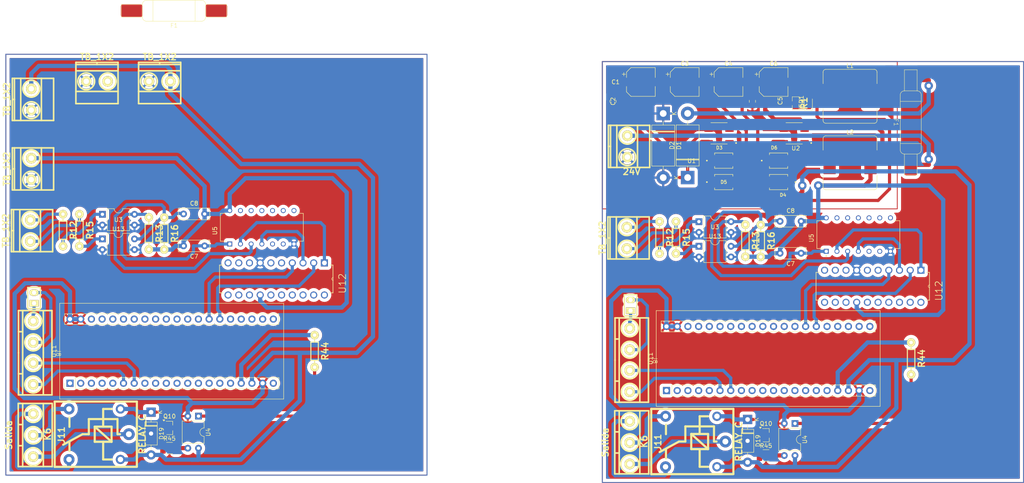
<source format=kicad_pcb>
(kicad_pcb (version 20241229) (generator "pcbnew") (generator_version "9.0")
  (layers (0 "F.Cu" signal) (2 "B.Cu" signal) (13 "F.Paste" user) (15 "B.Paste" user) (5 "F.SilkS" user "F.Silkscreen") (7 "B.SilkS" user "B.Silkscreen") (1 "F.Mask" user) (3 "B.Mask" user) (25 "Edge.Cuts" user))
  (net 0 "")
  (net 1 "Earth")
  (net 2 "/VCC")
  (net 3 "5V")
  (net 4 "Net-(D19-K)")
  (net 5 "Net-(J8-Pin_2)")
  (net 6 "Net-(J8-Pin_1)")
  (net 7 "Net-(J11-Pin_1)")
  (net 8 "Net-(J11-Pin_3)")
  (net 9 "Net-(J11-Pin_2)")
  (net 10 "Net-(LED1-A)")
  (net 11 "GND")
  (net 12 "Net-(Q10-B)")
  (net 13 "/PA01")
  (net 14 "/PA02")
  (net 15 "Net-(R44-Pad2)")
  (net 16 "Net-(R45-Pad2)")
  (net 17 "/1A hc14")
  (net 18 "/2A hc14")
  (net 19 "/3A hc14")
  (net 20 "/4A hc14")
  (net 21 "/5A hc14")
  (net 22 "/6A hc14")
  (net 23 "Net-(U1-OUT)")
  (net 24 "/IN1")
  (net 25 "/IN2")
  (net 26 "Net-(R12-Pad2)")
  (net 27 "/1Y hc14")
  (net 28 "Net-(R15-Pad2)")
  (net 29 "/2Y hc14")
  (net 30 "/3Y hc14")
  (net 31 "/4Y hc14")
  (net 32 "/5Y hc14")
  (net 33 "/6Y hc14")
  (net 38 "Net-(F1-Pad1)")
  (net 39 "Net-(D2-K)")
  (net 40 "Net-(D2-A)")
  (net 41 "Net-(U2-VIN)")
  (net 42 "Net-(U2-OUT)")
  (net 43 "Net-(U1-FB)")
  (net 48 "/PB07")
  (net 53 "/PB08")
  (net 64 "Net-(J8-Pin_4)")
  (net 69 "/PB09")
  (net 75 "Net-(J8-Pin_3)")
  (net 77 "/PA0")
  (net 78 "/+ buck 5V")
  (footprint "Inductor_SMD:L_Bourns_SRR1260" (layer "F.Cu") (at 241.55 31.01)
    (property "Reference" "L1")
    (property "Value" "68uH")
  )
  (footprint "EESTN5:RES0.3" (layer "F.Cu") (at 200.23 64.56 -90)
    (property "Reference" "R15")
    (property "Value" "10K" (hide yes))
  )
  (footprint "Resistor_SMD:R_1210_3225Metric_Pad1.30x2.65mm_HandSolder" (layer "F.Cu") (at 221.61 116.33)
    (property "Reference" "R45")
    (property "Value" "1k")
  )
  (footprint "EESTN5:BluePill" (layer "F.Cu") (at 56.42 99.18 90)
    (property "Reference" "U11")
    (property "Value" "BluePill" (hide yes))
  )
  (footprint "EESTN5:Relay_C" (layer "F.Cu") (at 203.86 113.03 -90)
    (property "Reference" "K6")
    (property "Value" "RELAY_C")
  )
  (footprint "EESTN5:Jumper_Alto" (layer "F.Cu") (at 189.46 80.66 90)
    (property "Reference" "JP1" (hide yes))
    (property "Value" "Jumper" (hide yes))
  )
  (footprint "Package_TO_SOT_SMD:SOT-23_Handsoldering" (layer "F.Cu") (at 80.04 109.79)
    (property "Reference" "Q10")
    (property "Value" "2N3904")
  )
  (footprint "EESTN5:R_0805" (layer "F.Cu") (at 228.65 32.655 -90)
    (property "Reference" "R1")
    (property "Value" "1K" (hide yes))
  )
  (footprint "Package_DIP:DIP-4_W7.62mm" (layer "F.Cu") (at 228.485 108.73 -90)
    (property "Reference" "U4")
    (property "Value" "PC817")
  )
  (footprint "Library:Bornera_4" (layer "F.Cu") (at 189.2675 93.6865 -90)
    (property "Reference" "J8")
    (property "Value" "Screw_Terminal_01x04")
  )
  (footprint "EESTN5:BORNERA2" (layer "F.Cu") (at 77.7 27.45 180)
    (property "Reference" "J15" (hide yes))
    (property "Value" "TB_1X2")
  )
  (footprint "Diode_THT:D_DO-41_SOD81_P10.16mm_Horizontal" (layer "F.Cu") (at 217.23 107.79 -90)
    (property "Reference" "D19")
    (property "Value" "1N4007")
  )
  (footprint "Inductor_SMD:L_Bourns_SRR1260" (layer "F.Cu") (at 241.55 46.8)
    (property "Reference" "L2")
    (property "Value" "68uH")
  )
  (footprint "Capacitor_SMD:CP_Elec_6.3x7.7" (layer "F.Cu") (at 191.905 27.61)
    (property "Reference" "C1")
    (property "Value" "470uF")
  )
  (footprint "Diode_THT:D_DO-41_SOD81_P10.16mm_Horizontal" (layer "F.Cu") (at 75.66 106.05 -90)
    (property "Reference" "D19")
    (property "Value" "1N4007")
  )
  (footprint "EESTN5:RES0.3" (layer "F.Cu") (at 256.04 93.3 -90)
    (property "Reference" "R44")
    (property "Value" "220" (hide yes))
  )
  (footprint "Capacitor_SMD:C_0805_2012Metric_Pad1.18x1.45mm_HandSolder" (layer "F.Cu") (at 185.3 32.2 -90)
    (property "Reference" "C2")
    (property "Value" "1uF")
  )
  (footprint "SN74HC14N:DIP794W45P254L1969H508Q14" (layer "F.Cu") (at 243.52 63.8675 90)
    (property "Reference" "U5")
    (property "Value" "SN74HC14PWR")
  )
  (footprint "Capacitor_SMD:CP_Elec_6.3x7.7" (layer "F.Cu") (at 212.705 27.61)
    (property "Reference" "C4")
    (property "Value" "470uF")
  )
  (footprint "Capacitor_SMD:CP_Elec_6.3x7.7" (layer "F.Cu") (at 223.405 27.61)
    (property "Reference" "C6")
    (property "Value" "220uF")
  )
  (footprint "Capacitor_SMD:C_0805_2012Metric_Pad1.18x1.45mm_HandSolder" (layer "F.Cu") (at 218.38 32.2 -90)
    (property "Reference" "C5")
    (property "Value" "1uF")
  )
  (footprint "EESTN5:BORNERA2" (layer "F.Cu") (at 188.58 64.66 -90)
    (property "Reference" "J13" (hide yes))
    (property "Value" "TB_1X2")
  )
  (footprint "EESTN5:RES0.3" (layer "F.Cu") (at 196.33 64.56 -90)
    (property "Reference" "R12")
    (property "Value" "10K" (hide yes))
  )
  (footprint "EESTN5:Relay_C" (layer "F.Cu") (at 62.29 111.29 -90)
    (property "Reference" "K6")
    (property "Value" "RELAY_C")
  )
  (footprint "Capacitor_THT:C_Rect_L7.2mm_W2.5mm_P5.00mm_FKS2_FKP2_MKS2_MKP2" (layer "F.Cu") (at 224.94 60.7)
    (property "Reference" "C8")
    (property "Value" "100nF")
  )
  (footprint "EESTN5:BORNERA3_AZUL" (layer "F.Cu") (at 189.26 113.28 -90)
    (property "Reference" "J11")
    (property "Value" "Salida")
  )
  (footprint "Package_DIP:DIP-4_W7.62mm" (layer "F.Cu") (at 205.68 66.635)
    (property "Reference" "U13")
    (property "Value" "PC817")
  )
  (footprint "EESTN5:BORNERA2" (layer "F.Cu") (at 47.23 48.26 -90)
    (property "Reference" "J17" (hide yes))
    (property "Value" "TB_1X2")
  )
  (footprint "Package_DIP:DIP-4_W7.62mm" (layer "F.Cu") (at 64.11 64.895)
    (property "Reference" "U13")
    (property "Value" "PC817")
  )
  (footprint "SS210:DIOM4336X265N" (layer "F.Cu") (at 211.57 46.29)
    (property "Reference" "D3")
    (property "Value" "SS210")
  )
  (footprint "EESTN5:BORNERA2" (layer "F.Cu") (at 188.705 42.91 -90)
    (property "Reference" "J1" (hide yes))
    (property "Value" "24V")
  )
  (footprint "EESTN5:Jumper_Alto" (layer "F.Cu") (at 47.89 78.92 90)
    (property "Reference" "JP1" (hide yes))
    (property "Value" "Jumper" (hide yes))
  )
  (footprint "Capacitor_THT:C_Rect_L7.2mm_W2.5mm_P5.00mm_FKS2_FKP2_MKS2_MKP2" (layer "F.Cu") (at 229.94 68.29 180)
    (property "Reference" "C7")
    (property "Value" "100nF")
  )
  (footprint "EESTN5:Fusible2" (layer "F.Cu") (at 255.96 37.2175 180)
    (property "Reference" "F1")
    (property "Value" "Fuse" (hide yes))
  )
  (footprint "SS210:DIOM4336X265N" (layer "F.Cu") (at 224.59 46.29)
    (property "Reference" "D6")
    (property "Value" "SS210")
  )
  (footprint "EESTN5:RES0.3" (layer "F.Cu") (at 220.35 65.35 -90)
    (property "Reference" "R16")
    (property "Value" "10K" (hide yes))
  )
  (footprint "SN74HC541N:DIP254P762X508-20" (layer "F.Cu") (at 235.5082 79.95 -90)
    (property "Reference" "U12")
    (property "Value" "SN74HC541PWR")
  )
  (footprint "EESTN5:BluePill" (layer "F.Cu") (at 197.99 100.92 90)
    (property "Reference" "U11")
    (property "Value" "BluePill" (hide yes))
  )
  (footprint "SN74HC14N:DIP794W45P254L1969H508Q14" (layer "F.Cu") (at 101.95 62.1275 90)
    (property "Reference" "U5")
    (property "Value" "SN74HC14PWR")
  )
  (footprint "Capacitor_THT:C_Rect_L7.2mm_W2.5mm_P5.00mm_FKS2_FKP2_MKS2_MKP2" (layer "F.Cu") (at 88.37 66.55 180)
    (property "Reference" "C7")
    (property "Value" "100nF")
  )
  (footprint "EESTN5:RES0.3" (layer "F.Cu") (at 216.71 65.31 -90)
    (property "Reference" "R13")
    (property "Value" "10K" (hide yes))
  )
  (footprint "SN74HC541N:DIP254P762X508-20" (layer "F.Cu") (at 93.9382 78.21 -90)
    (property "Reference" "U12")
    (property "Value" "SN74HC541PWR")
  )
  (footprint "Capacitor_SMD:CP_Elec_6.3x7.7" (layer "F.Cu") (at 202.305 27.61)
    (property "Reference" "C3")
    (property "Value" "220uF")
  )
  (footprint "EESTN5:Fusible2" (layer "F.Cu") (at 81.1075 10.68 -90)
    (property "Reference" "F1")
    (property "Value" "Fuse" (hide yes))
  )
  (footprint "LM2594M-5.0:SOIC127P599X175-8N" (layer "F.Cu") (at 210.46 39.81 180)
    (property "Reference" "U1")
    (property "Value" "LM2594M-5.0")
  )
  (footprint "Diode_THT:D_DO-201AD_P15.24mm_Horizontal" (layer "F.Cu") (at 197.205 35.09 -90)
    (property "Reference" "D1")
    (property "Value" "1N5822")
  )
  (footprint "Package_TO_SOT_SMD:SOT-23_Handsoldering" (layer "F.Cu") (at 221.61 111.53)
    (property "Reference" "Q10")
    (property "Value" "2N3904")
  )
  (footprint "EESTN5:BORNERA2" (layer "F.Cu") (at 62.82 27.45 180)
    (property "Reference" "J14" (hide yes))
    (property "Value" "TB_1X2")
  )
  (footprint "EESTN5:RES0.3" (layer "F.Cu") (at 75.14 63.57 -90)
    (property "Reference" "R13")
    (property "Value" "10K" (hide yes))
  )
  (footprint "Diode_THT:D_DO-201AD_P15.24mm_Horizontal" (layer "F.Cu") (at 203.005 50.31 90)
    (property "Reference" "D2")
    (property "Value" "1N5822")
  )
  (footprint "EESTN5:RES0.3" (layer "F.Cu") (at 54.76 62.82 -90)
    (property "Reference" "R12")
    (property "Value" "10K" (hide yes))
  )
  (footprint "SS210:DIOM4336X265N" (layer "F.Cu") (at 211.57 51.39)
    (property "Reference" "D5")
    (property "Value" "SS210")
  )
  (footprint "EESTN5:RES0.3" (layer "F.Cu") (at 114.47 91.56 -90)
    (property "Reference" "R44")
    (property "Value" "220" (hide yes))
  )
  (footprint "Package_DIP:DIP-4_W7.62mm" (layer "F.Cu") (at 86.915 106.99 -90)
    (property "Reference" "U4")
    (property "Value" "PC817")
  )
  (footprint "EESTN5:BORNERA3_AZUL" (layer "F.Cu") (at 47.69 111.54 -90)
    (property "Reference" "J11")
    (property "Value" "Salida")
  )
  (footprint "LED_SMD:LED_0805_2012Metric" (layer "F.Cu") (at 231.65 32.63 90)
    (property "Reference" "LED1")
    (property "Value" "LED")
  )
  (footprint "Package_DIP:DIP-4_W7.62mm" (layer "F.Cu") (at 64.11 59.045)
    (property "Reference" "U3")
    (property "Value" "PC817")
  )
  (footprint "EESTN5:BORNERA2" (layer "F.Cu") (at 47.23 31.75 -90)
    (property "Reference" "J16" (hide yes))
    (property "Value" "TB_1X2")
  )
  (footprint "Resistor_SMD:R_1210_3225Metric_Pad1.30x2.65mm_HandSolder" (layer "F.Cu") (at 80.04 114.59)
    (property "Reference" "R45")
    (property "Value" "1k")
  )
  (footprint "Package_DIP:DIP-4_W7.62mm" (layer "F.Cu") (at 205.68 60.785)
    (property "Reference" "U3")
    (property "Value" "PC817")
  )
  (footprint "LM2594M-3.3:SOIC127P599X175-8N" (layer "F.Cu") (at 228.29 39.81 180)
    (property "Reference" "U2")
    (property "Value" "LM2594M-3.3")
  )
  (footprint "EESTN5:RES0.3" (layer "F.Cu") (at 58.66 62.82 -90)
    (property "Reference" "R15")
    (property "Value" "10K" (hide yes))
  )
  (footprint "SS210:DIOM4336X265N" (layer "F.Cu") (at 224.59 51.39 180)
    (property "Reference" "D4")
    (property "Value" "SS210")
  )
  (footprint "EESTN5:RES0.3" (layer "F.Cu") (at 78.78 63.61 -90)
    (property "Reference" "R16")
    (property "Value" "10K" (hide yes))
  )
  (footprint "EESTN5:BORNERA2" (layer "F.Cu") (at 47.01 62.92 -90)
    (property "Reference" "J13" (hide yes))
    (property "Value" "TB_1X2")
  )
  (footprint "Capacitor_THT:C_Rect_L7.2mm_W2.5mm_P5.00mm_FKS2_FKP2_MKS2_MKP2" (layer "F.Cu") (at 83.37 58.96)
    (property "Reference" "C8")
    (property "Value" "100nF")
  )
  (footprint "Library:Bornera_4" (layer "F.Cu") (at 47.6975 91.9465 -90)
    (property "Reference" "J8")
    (property "Value" "Screw_Terminal_01x04")
  )
  (gr_rect (start 41.185 21.02) (end 141.165 121.02) (stroke (width 0.2)) (fill no) (layer "F.Cu") (net 17))
  (gr_rect (start 182.7596 22.76) (end 252.7596 57.76) (stroke (width 0.2)) (fill no) (layer "F.Cu") (net 17))
  (gr_rect (start 182.755 22.76) (end 282.735 122.76) (stroke (width 0.2)) (fill no) (layer "F.Cu") (net 17))
  (gr_rect (start 182.755 22.76) (end 282.735 122.76) (stroke (width 0.2)) (fill no) (layer "B.Cu") (net 7))
  (gr_rect (start 41.185 21.02) (end 141.165 121.02) (stroke (width 0.2)) (fill no) (layer "B.Cu") (net 7))
  (gr_text "EARTH\n" (at 42.91 54.545 0) (layer "F.Cu") (effects (font (size 1 1)) (justify left bottom)))
  (gr_text "GND" (at 43.76 71.9 0) (layer "F.Cu") (effects (font (size 1 1)) (justify left bottom)))
  (gr_text "GND" (at 185.33 73.64 0) (layer "F.Cu") (effects (font (size 1 1)) (justify left bottom)))
  (gr_text "EARTH\n" (at 184.48 56.285 0) (layer "F.Cu") (effects (font (size 1 1)) (justify left bottom)))
  (segment (start 75.66 109.5) (end 75.66 111.13) (width 1) (layer "F.Cu") (net 1))
  (segment (start 220.11 110.58) (end 217.89 110.58) (width 1) (layer "F.Cu") (net 1))
  (segment (start 217.23 111.24) (end 217.23 112.87) (width 1) (layer "F.Cu") (net 1))
  (segment (start 217.89 110.58) (end 217.23 111.24) (width 1) (layer "F.Cu") (net 1))
  (segment (start 76.32 108.84) (end 75.66 109.5) (width 1) (layer "F.Cu") (net 1))
  (segment (start 78.54 108.84) (end 76.32 108.84) (width 1) (layer "F.Cu") (net 1))
  (via (at 217.23 112.87) (size 2) (drill 1) (layers "F.Cu" "B.Cu") (net 1))
  (via (at 75.66 111.13) (size 2) (drill 1) (layers "F.Cu" "B.Cu") (net 1))
  (segment (start 197.425 34.98) (end 197.305 34.86) (width 0.2) (layer "B.Cu") (net 1))
  (segment (start 248.9 46.8) (end 246.4 46.8) (width 1) (layer "F.Cu") (net 2))
  (segment (start 221.42 34.3) (end 223.63 36.51) (width 1) (layer "F.Cu") (net 2))
  (segment (start 221.5825 31.7025) (end 221.42 31.54) (width 1) (layer "F.Cu") (net 2))
  (segment (start 249.23 39.58) (end 249.23 46.47) (width 1) (layer "F.Cu") (net 2))
  (segment (start 229.65 36.51) (end 230.72 37.58) (width 1) (layer "F.Cu") (net 2))
  (segment (start 249.23 46.47) (end 248.9 46.8) (width 1) (layer "F.Cu") (net 2))
  (segment (start 246.4 50.85) (end 245.04 52.21) (width 1) (layer "F.Cu") (net 2))
  (segment (start 246.4 46.8) (end 246.4 50.85) (width 1) (layer "F.Cu") (net 2))
  (segment (start 234 52.21) (end 245.04 52.21) (width 1) (layer "F.Cu") (net 2))
  (segment (start 228.65 31.7025) (end 221.5825 31.7025) (width 1) (layer "F.Cu") (net 2))
  (segment (start 221.42 31.54) (end 221.42 34.3) (width 1) (layer "F.Cu") (net 2))
  (segment (start 221.42 28.325) (end 221.42 31.54) (width 1) (layer "F.Cu") (net 2))
  (segment (start 248.135 38.485) (end 249.23 39.58) (width 1) (layer "F.Cu") (net 2))
  (segment (start 220.705 27.61) (end 221.42 28.325) (width 1) (layer "F.Cu") (net 2))
  (segment (start 230.72 38.485) (end 248.135 38.485) (width 1) (layer "F.Cu") (net 2))
  (segment (start 230.72 37.58) (end 230.72 38.485) (width 1) (layer "F.Cu") (net 2))
  (segment (start 223.63 36.51) (end 229.65 36.51) (width 1) (layer "F.Cu") (net 2))
  (via (at 234 52.21) (size 2) (drill 1) (layers "F.Cu" "B.Cu") (net 2))
  (segment (start 83.37 66.55) (end 83.37 65.4) (width 1) (layer "B.Cu") (net 2))
  (segment (start 94.33 54.19) (end 94.33 58.1575) (width 1) (layer "B.Cu") (net 2))
  (segment (start 92.7875 58.1575) (end 94.33 58.1575) (width 1) (layer "B.Cu") (net 2))
  (segment (start 244.71 82.95) (end 262.47 82.95) (width 1) (layer "B.Cu") (net 2))
  (segment (start 47.23 45.72) (end 81.7 45.72) (width 1) (layer "B.Cu") (net 2))
  (segment (start 234 59.54) (end 234.3575 59.8975) (width 1) (layer "B.Cu") (net 2))
  (segment (start 78.78 67.42) (end 80.62 67.42) (width 1) (layer "B.Cu") (net 2))
  (segment (start 263.66 81.76) (end 263.66 55.6) (width 1) (layer "B.Cu") (net 2))
  (segment (start 262.47 82.95) (end 263.66 81.76) (width 1) (layer "B.Cu") (net 2))
  (segment (start 81.7 45.72) (end 88.37 52.39) (width 1) (layer "B.Cu") (net 2))
  (segment (start 122.09 80.02) (end 122.09 53.86) (width 1) (layer "B.Cu") (net 2))
  (segment (start 224.94 68.29) (end 224.94 67.14) (width 1) (layer "B.Cu") (net 2))
  (segment (start 78.74 67.38) (end 78.78 67.42) (width 1) (layer "B.Cu") (net 2))
  (segment (start 260.27 52.21) (end 234 52.21) (width 1) (layer "B.Cu") (net 2))
  (segment (start 91.965 58.96) (end 91.975 58.97) (width 1) (layer "B.Cu") (net 2))
  (segment (start 223.06 68.29) (end 224.94 68.29) (width 1) (layer "B.Cu") (net 2))
  (segment (start 81.49 66.55) (end 83.37 66.55) (width 1) (layer "B.Cu") (net 2))
  (segment (start 220.31 69.12) (end 220.35 69.16) (width 1) (layer "B.Cu") (net 2))
  (segment (start 103.14 81.21) (end 120.9 81.21) (width 1) (layer "B.Cu") (net 2))
  (segment (start 243.1282 81.3682) (end 244.71 82.95) (width 1) (layer "B.Cu") (net 2))
  (segment (start 233.545 60.71) (end 234 60.255) (width 1) (layer "B.Cu") (net 2))
  (segment (start 98.05 50.47) (end 94.33 54.19) (width 1) (layer "B.Cu") (net 2))
  (segment (start 120.9 81.21) (end 122.09 80.02) (width 1) (layer "B.Cu") (net 2))
  (segment (start 101.5582 79.6282) (end 103.14 81.21) (width 1) (layer "B.Cu") (net 2))
  (segment (start 91.975 58.97) (end 92.7875 58.1575) (width 1) (layer "B.Cu") (net 2))
  (segment (start 88.37 52.39) (end 88.37 58.96) (width 1) (layer "B.Cu") (net 2))
  (segment (start 263.66 55.6) (end 260.27 52.21) (width 1) (layer "B.Cu") (net 2))
  (segment (start 234 52.21) (end 234 59.54) (width 1) (layer "B.Cu") (net 2))
  (segment (start 229.94 62.14) (end 229.94 60.7) (width 1) (layer "B.Cu") (net 2))
  (segment (start 83.37 65.4) (end 88.37 60.4) (width 1) (layer "B.Cu") (net 2))
  (segment (start 222.19 69.16) (end 223.06 68.29) (width 1) (layer "B.Cu") (net 2))
  (segment (start 234.3575 59.8975) (end 235.9 59.8975) (width 1) (layer "B.Cu") (net 2))
  (segment (start 88.37 60.4) (end 88.37 58.96) (width 1) (layer "B.Cu") (net 2))
  (segment (start 216.71 69.12) (end 220.31 69.12) (width 1) (layer "B.Cu") (net 2))
  (segment (start 88.37 58.96) (end 91.965 58.96) (width 1) (layer "B.Cu") (net 2))
  (segment (start 243.1282 79.95) (end 243.1282 81.3682) (width 1) (layer "B.Cu") (net 2))
  (segment (start 80.62 67.42) (end 81.49 66.55) (width 1) (layer "B.Cu") (net 2))
  (segment (start 229.94 60.7) (end 233.535 60.7) (width 1) (layer "B.Cu") (net 2))
  (segment (start 101.5582 78.21) (end 101.5582 79.6282) (width 1) (layer "B.Cu") (net 2))
  (segment (start 234 60.255) (end 234 59.54) (width 1) (layer "B.Cu") (net 2))
  (segment (start 224.94 67.14) (end 229.94 62.14) (width 1) (layer "B.Cu") (net 2))
  (segment (start 233.535 60.7) (end 233.545 60.71) (width 1) (layer "B.Cu") (net 2))
  (segment (start 122.09 53.86) (end 118.7 50.47) (width 1) (layer "B.Cu") (net 2))
  (segment (start 75.14 67.38) (end 78.74 67.38) (width 1) (layer "B.Cu") (net 2))
  (segment (start 220.35 69.16) (end 222.19 69.16) (width 1) (layer "B.Cu") (net 2))
  (segment (start 118.7 50.47) (end 98.05 50.47) (width 1) (layer "B.Cu") (net 2))
  (segment (start 229.48 54.35) (end 230.21 53.62) (width 1) (layer "F.Cu") (net 3))
  (segment (start 210.38 54.35) (end 229.48 54.35) (width 1) (layer "F.Cu") (net 3))
  (segment (start 209.405 53.375) (end 210.38 54.35) (width 1) (layer "F.Cu") (net 3))
  (segment (start 209.405 51.39) (end 209.405 53.375) (width 1) (layer "F.Cu") (net 3))
  (segment (start 230.21 53.62) (end 230.21 52.21) (width 1) (layer "F.Cu") (net 3))
  (via (at 230.21 52.21) (size 2) (drill 1) (layers "F.Cu" "B.Cu") (net 3))
  (segment (start 75.66 116.21) (end 75.65 116.2) (width 1) (layer "B.Cu") (net 3))
  (segment (start 269.9 89.83) (end 269.9 52.11) (width 1) (layer "B.Cu") (net 3))
  (segment (start 86.915 117.205) (end 86.915 114.61) (width 1) (layer "B.Cu") (net 3))
  (segment (start 79.21 117.33) (end 85.32637 117.33) (width 1) (layer "B.Cu") (net 3))
  (segment (start 47.23 29.21) (end 47.23 25.59) (width 1) (layer "B.Cu") (net 3))
  (segment (start 226.89637 119.07) (end 238.51 119.07) (width 1) (layer "B.Cu") (net 3))
  (segment (start 252.54 105.04) (end 252.54 93.69) (width 1) (layer "B.Cu") (net 3))
  (segment (start 220.78 119.07) (end 226.89637 119.07) (width 1) (layer "B.Cu") (net 3))
  (segment (start 80.24 27.45) (end 80.24 30.27) (width 1) (layer "B.Cu") (net 3))
  (segment (start 125.06 47.1) (end 128.33 50.37) (width 1) (layer "B.Cu") (net 3))
  (segment (start 231.57 48.84) (end 230.21 50.2) (width 1) (layer "B.Cu") (net 3))
  (segment (start 217.23 117.95) (end 219.66 117.95) (width 1) (layer "B.Cu") (net 3))
  (segment (start 266.63 48.84) (end 231.57 48.84) (width 1) (layer "B.Cu") (net 3))
  (segment (start 246.1 93.69) (end 252.54 93.69) (width 1) (layer "B.Cu") (net 3))
  (segment (start 78.09 116.21) (end 79.21 117.33) (width 1) (layer "B.Cu") (net 3))
  (segment (start 86.79 117.33) (end 86.915 117.205) (width 1) (layer "B.Cu") (net 3))
  (segment (start 49.03 23.79) (end 79.35 23.79) (width 1) (layer "B.Cu") (net 3))
  (segment (start 238.51 119.07) (end 252.54 105.04) (width 1) (layer "B.Cu") (net 3))
  (segment (start 71.7 117.29) (end 68.39 117.29) (width 1) (layer "B.Cu") (net 3))
  (segment (start 128.33 88.09) (end 124.47 91.95) (width 1) (layer "B.Cu") (net 3))
  (segment (start 241.17 100.92) (end 241.17 98.62) (width 1) (layer "B.Cu") (net 3))
  (segment (start 213.27 119.03) (end 209.96 119.03) (width 1) (layer "B.Cu") (net 3))
  (segment (start 269.9 52.11) (end 266.63 48.84) (width 1) (layer "B.Cu") (net 3))
  (segment (start 80.24 30.27) (end 97.07 47.1) (width 1) (layer "B.Cu") (net 3))
  (segment (start 219.66 117.95) (end 220.78 119.07) (width 1) (layer "B.Cu") (net 3))
  (segment (start 230.21 50.2) (end 230.21 52.21) (width 1) (layer "B.Cu") (net 3))
  (segment (start 99.6 99.18) (end 99.6 96.88) (width 1) (layer "B.Cu") (net 3))
  (segment (start 241.17 98.62) (end 246.1 93.69) (width 1) (layer "B.Cu") (net 3))
  (segment (start 85.32637 117.33) (end 86.79 117.33) (width 1) (layer "B.Cu") (net 3))
  (segment (start 252.54 93.69) (end 266.04 93.69) (width 1) (layer "B.Cu") (net 3))
  (segment (start 128.33 50.37) (end 128.33 88.09) (width 1) (layer "B.Cu") (net 3))
  (segment (start 266.04 93.69) (end 269.9 89.83) (width 1) (layer "B.Cu") (net 3))
  (segment (start 75.65 116.2) (end 72.79 116.2) (width 1) (layer "B.Cu") (net 3))
  (segment (start 217.23 117.95) (end 217.22 117.94) (width 1) (layer "B.Cu") (net 3))
  (segment (start 85.32637 117.33) (end 96.94 117.33) (width 1) (layer "B.Cu") (net 3))
  (segment (start 217.22 117.94) (end 214.36 117.94) (width 1) (layer "B.Cu") (net 3))
  (segment (start 226.89637 119.07) (end 228.36 119.07) (width 1) (layer "B.Cu") (net 3))
  (segment (start 47.23 25.59) (end 49.03 23.79) (width 1) (layer "B.Cu") (net 3))
  (segment (start 214.36 117.94) (end 213.27 119.03) (width 1) (layer "B.Cu") (net 3))
  (segment (start 228.485 118.945) (end 228.485 116.35) (width 1) (layer "B.Cu") (net 3))
  (segment (start 79.35 23.79) (end 80.24 24.68) (width 1) (layer "B.Cu") (net 3))
  (segment (start 110.97 103.3) (end 110.97 91.95) (width 1) (layer "B.Cu") (net 3))
  (segment (start 124.47 91.95) (end 110.97 91.95) (width 1) (layer "B.Cu") (net 3))
  (segment (start 75.66 116.21) (end 78.09 116.21) (width 1) (layer "B.Cu") (net 3))
  (segment (start 80.24 24.68) (end 80.24 27.45) (width 1) (layer "B.Cu") (net 3))
  (segment (start 104.53 91.95) (end 110.97 91.95) (width 1) (layer "B.Cu") (net 3))
  (segment (start 97.07 47.1) (end 125.06 47.1) (width 1) (layer "B.Cu") (net 3))
  (segment (start 96.94 117.33) (end 110.97 103.3) (width 1) (layer "B.Cu") (net 3))
  (segment (start 99.6 96.88) (end 104.53 91.95) (width 1) (layer "B.Cu") (net 3))
  (segment (start 228.36 119.07) (end 228.485 118.945) (width 1) (layer "B.Cu") (net 3))
  (segment (start 72.79 116.2) (end 71.7 117.29) (width 1) (layer "B.Cu") (net 3))
  (segment (start 223.11 108.84) (end 222.06 107.79) (width 0.75) (layer "F.Cu") (net 4))
  (segment (start 81.54 109.79) (end 81.54 107.1) (width 0.75) (layer "F.Cu") (net 4))
  (segment (start 223.11 111.53) (end 223.11 108.84) (width 0.75) (layer "F.Cu") (net 4))
  (segment (start 81.54 107.1) (end 80.49 106.05) (width 0.75) (layer "F.Cu") (net 4))
  (segment (start 80.49 106.05) (end 75.66 106.05) (width 0.75) (layer "F.Cu") (net 4))
  (segment (start 222.06 107.79) (end 217.23 107.79) (width 0.75) (layer "F.Cu") (net 4))
  (segment (start 75.66 106.05) (end 72.62 106.05) (width 1) (layer "B.Cu") (net 4))
  (segment (start 71.86 105.29) (end 68.39 105.29) (width 1) (layer "B.Cu") (net 4))
  (segment (start 217.23 107.79) (end 214.19 107.79) (width 1) (layer "B.Cu") (net 4))
  (segment (start 213.43 107.03) (end 209.96 107.03) (width 1) (layer "B.Cu") (net 4))
  (segment (start 214.19 107.79) (end 213.43 107.03) (width 1) (layer "B.Cu") (net 4))
  (segment (start 72.62 106.05) (end 71.86 105.29) (width 1) (layer "B.Cu") (net 4))
  (segment (start 209.68 98.02) (end 210.69 99.03) (width 0.75) (layer "B.Cu") (net 5))
  (segment (start 50.36 99.47) (end 53.55 96.28) (width 0.75) (layer "B.Cu") (net 5))
  (segment (start 68.11 96.28) (end 69.12 97.29) (width 0.75) (layer "B.Cu") (net 5))
  (segment (start 189.46 79.39) (end 192.04 79.39) (width 0.75) (layer "B.Cu") (net 5))
  (segment (start 191.93 101.21) (end 195.12 98.02) (width 0.75) (layer "B.Cu") (net 5))
  (segment (start 191.74 91.21) (end 189.26 91.21) (width 0.75) (layer "B.Cu") (net 5))
  (segment (start 69.12 97.29) (end 69.12 99.18) (width 0.75) (layer "B.Cu") (net 5))
  (segment (start 193.43 89.52) (end 191.74 91.21) (width 0.75) (layer "B.Cu") (net 5))
  (segment (start 51.86 79.04) (end 51.86 87.78) (width 0.75) (layer "B.Cu") (net 5))
  (segment (start 50.17 89.47) (end 47.69 89.47) (width 0.75) (layer "B.Cu") (net 5))
  (segment (start 192.04 79.39) (end 193.43 80.78) (width 0.75) (layer "B.Cu") (net 5))
  (segment (start 51.86 87.78) (end 50.17 89.47) (width 0.75) (layer "B.Cu") (net 5))
  (segment (start 189.26 101.21) (end 191.93 101.21) (width 0.75) (layer "B.Cu") (net 5))
  (segment (start 53.55 96.28) (end 68.11 96.28) (width 0.75) (layer "B.Cu") (net 5))
  (segment (start 210.69 99.03) (end 210.69 100.92) (width 0.75) (layer "B.Cu") (net 5))
  (segment (start 47.69 99.47) (end 50.36 99.47) (width 0.75) (layer "B.Cu") (net 5))
  (segment (start 47.89 77.65) (end 50.47 77.65) (width 0.75) (layer "B.Cu") (net 5))
  (segment (start 193.43 80.78) (end 193.43 89.52) (width 0.75) (layer "B.Cu") (net 5))
  (segment (start 195.12 98.02) (end 209.68 98.02) (width 0.75) (layer "B.Cu") (net 5))
  (segment (start 50.47 77.65) (end 51.86 79.04) (width 0.75) (layer "B.Cu") (net 5))
  (segment (start 47.69 84.39) (end 47.69 82.81) (width 0.75) (layer "B.Cu") (net 6))
  (segment (start 47.69 82.81) (end 47.89 82.61) (width 0.75) (layer "B.Cu") (net 6))
  (segment (start 189.46 85.93) (end 189.26 86.13) (width 0.75) (layer "B.Cu") (net 6))
  (segment (start 189.26 86.13) (end 189.26 84.55) (width 0.75) (layer "B.Cu") (net 6))
  (segment (start 189.26 84.55) (end 189.46 84.35) (width 0.75) (layer "B.Cu") (net 6))
  (segment (start 189.46 84.35) (end 189.46 81.93) (width 0.75) (layer "B.Cu") (net 6))
  (segment (start 47.89 82.61) (end 47.89 80.19) (width 0.75) (layer "B.Cu") (net 6))
  (segment (start 47.89 84.19) (end 47.69 84.39) (width 0.75) (layer "B.Cu") (net 6))
  (segment (start 43.87 118.5) (end 43.86 118.51) (width 1) (layer "B.Cu") (net 7))
  (segment (start 55.92 119.29) (end 56.19 119.02) (width 1) (layer "B.Cu") (net 7))
  (segment (start 43.86 118.51) (end 43.86 118.92) (width 1) (layer "B.Cu") (net 7))
  (segment (start 44.23 119.29) (end 55.92 119.29) (width 1) (layer "B.Cu") (net 7))
  (segment (start 197.76 120.76) (end 197.76 119.03) (width 1) (layer "B.Cu") (net 7))
  (segment (start 185.8 121.03) (end 197.49 121.03) (width 1) (layer "B.Cu") (net 7))
  (segment (start 185.43 120.25) (end 185.43 120.66) (width 1) (layer "B.Cu") (net 7))
  (segment (start 43.87 107.23) (end 43.87 118.5) (width 1) (layer "B.Cu") (net 7))
  (segment (start 186.21 108.2) (end 185.44 108.97) (width 1) (layer "B.Cu") (net 7))
  (segment (start 188.1 108.2) (end 186.21 108.2) (width 1) (layer "B.Cu") (net 7))
  (segment (start 56.19 119.02) (end 56.19 117.29) (width 1) (layer "B.Cu") (net 7))
  (segment (start 197.49 121.03) (end 197.76 120.76) (width 1) (layer "B.Cu") (net 7))
  (segment (start 185.44 120.24) (end 185.43 120.25) (width 1) (layer "B.Cu") (net 7))
  (segment (start 43.86 118.92) (end 44.23 119.29) (width 1) (layer "B.Cu") (net 7))
  (segment (start 185.43 120.66) (end 185.8 121.03) (width 1) (layer "B.Cu") (net 7))
  (segment (start 46.53 106.46) (end 44.64 106.46) (width 1) (layer "B.Cu") (net 7))
  (segment (start 185.44 108.97) (end 185.44 120.24) (width 1) (layer "B.Cu") (net 7))
  (segment (start 44.64 106.46) (end 43.87 107.23) (width 1) (layer "B.Cu") (net 7))
  (segment (start 211.96 113.03) (end 199.42 113.03) (width 1) (layer "B.Cu") (net 8))
  (segment (start 52.52 116.62) (end 47.69 116.62) (width 1) (layer "B.Cu") (net 8))
  (segment (start 70.39 111.29) (end 57.85 111.29) (width 1) (layer "B.Cu") (net 8))
  (segment (start 199.42 113.03) (end 194.09 118.36) (width 1) (layer "B.Cu") (net 8))
  (segment (start 57.85 111.29) (end 52.52 116.62) (width 1) (layer "B.Cu") (net 8))
  (segment (start 194.09 118.36) (end 189.26 118.36) (width 1) (layer "B.Cu") (net 8))
  (segment (start 193.28 107.79) (end 193.28 111.39) (width 1) (layer "B.Cu") (net 9))
  (segment (start 193.28 111.39) (end 191.39 113.28) (width 1) (layer "B.Cu") (net 9))
  (segment (start 191.39 113.28) (end 189.26 113.28) (width 1) (layer "B.Cu") (net 9))
  (segment (start 51.71 109.65) (end 49.82 111.54) (width 1) (layer "B.Cu") (net 9))
  (segment (start 197.76 107.03) (end 194.04 107.03) (width 1) (layer "B.Cu") (net 9))
  (segment (start 49.82 111.54) (end 47.69 111.54) (width 1) (layer "B.Cu") (net 9))
  (segment (start 52.47 105.29) (end 51.71 106.05) (width 1) (layer "B.Cu") (net 9))
  (segment (start 51.71 106.05) (end 51.71 109.65) (width 1) (layer "B.Cu") (net 9))
  (segment (start 56.19 105.29) (end 52.47 105.29) (width 1) (layer "B.Cu") (net 9))
  (segment (start 194.04 107.03) (end 193.28 107.79) (width 1) (layer "B.Cu") (net 9))
  (segment (start 231.61 33.6075) (end 231.65 33.5675) (width 0.75) (layer "F.Cu") (net 10))
  (segment (start 228.65 33.6075) (end 231.61 33.6075) (width 0.75) (layer "F.Cu") (net 10))
  (segment (start 227.51 105.61) (end 241.24 105.61) (width 1) (layer "B.Cu") (net 11))
  (segment (start 45.559 102.689) (end 84.229 102.689) (width 1) (layer "B.Cu") (net 11))
  (segment (start 56.42 77.4) (end 54.44 75.42) (width 1) (layer "B.Cu") (net 11))
  (segment (start 102 99.04) (end 102.14 99.18) (width 1) (layer "B.Cu") (net 11))
  (segment (start 243.71 103.14) (end 241.24 105.61) (width 1) (layer "B.Cu") (net 11))
  (segment (start 243.71 100.92) (end 243.71 103.14) (width 1) (layer "B.Cu") (net 11))
  (segment (start 102.14 99.18) (end 102.14 101.4) (width 1) (layer "B.Cu") (net 11))
  (segment (start 197.99 79.14) (end 196.01 77.16) (width 1) (layer "B.Cu") (net 11))
  (segment (start 243.57 100.78) (end 243.71 100.92) (width 1) (layer "B.Cu") (net 11))
  (segment (start 56.42 83.94) (end 58.96 83.94) (width 1) (layer "B.Cu") (net 11))
  (segment (start 197.99 85.68) (end 197.99 79.14) (width 1) (layer "B.Cu") (net 11))
  (segment (start 43.29 77.9) (end 43.29 100.42) (width 1) (layer "B.Cu") (net 11))
  (segment (start 45.77 75.42) (end 43.29 77.9) (width 1) (layer "B.Cu") (net 11))
  (segment (start 197.99 85.68) (end 200.53 85.68) (width 1) (layer "B.Cu") (net 11))
  (segment (start 225.945 108.73) (end 225.945 106.645) (width 1) (layer "B.Cu") (net 11))
  (segment (start 187.34 77.16) (end 184.86 79.64) (width 1) (layer "B.Cu") (net 11))
  (segment (start 226.98 105.61) (end 227.51 105.61) (width 1) (layer "B.Cu") (net 11))
  (segment (start 56.42 83.94) (end 56.42 77.4) (width 1) (layer "B.Cu") (net 11))
  (segment (start 196.01 77.16) (end 187.34 77.16) (width 1) (layer "B.Cu") (net 11))
  (segment (start 85.94 103.87) (end 99.67 103.87) (width 1) (layer "B.Cu") (net 11))
  (segment (start 184.86 79.64) (end 184.86 102.16) (width 1) (layer "B.Cu") (net 11))
  (segment (start 84.229 102.689) (end 85.41 103.87) (width 1) (layer "B.Cu") (net 11))
  (segment (start 225.799 104.429) (end 226.98 105.61) (width 1) (layer "B.Cu") (net 11))
  (segment (start 102.14 101.4) (end 99.67 103.87) (width 1) (layer "B.Cu") (net 11))
  (segment (start 187.129 104.429) (end 225.799 104.429) (width 1) (layer "B.Cu") (net 11))
  (segment (start 54.44 75.42) (end 45.77 75.42) (width 1) (layer "B.Cu") (net 11))
  (segment (start 225.945 106.645) (end 226.98 105.61) (width 1) (layer "B.Cu") (net 11))
  (segment (start 84.375 104.905) (end 85.41 103.87) (width 1) (layer "B.Cu") (net 11))
  (segment (start 84.375 106.99) (end 84.375 104.905) (width 1) (layer "B.Cu") (net 11))
  (segment (start 43.29 100.42) (end 45.559 102.689) (width 1) (layer "B.Cu") (net 11))
  (segment (start 184.86 102.16) (end 187.129 104.429) (width 1) (layer "B.Cu") (net 11))
  (segment (start 85.41 103.87) (end 85.94 103.87) (width 1) (layer "B.Cu") (net 11))
  (segment (start 78.49 114.59) (end 78.49 110.79) (width 0.75) (layer "F.Cu") (net 12))
  (segment (start 78.49 110.79) (end 78.54 110.74) (width 0.75) (layer "F.Cu") (net 12))
  (segment (start 220.06 116.33) (end 220.06 112.53) (width 0.75) (layer "F.Cu") (net 12))
  (segment (start 220.61 116.33) (end 220.06 116.33) (width 0.75) (layer "F.Cu") (net 12))
  (segment (start 220.06 112.53) (end 220.11 112.48) (width 0.75) (layer "F.Cu") (net 12))
  (segment (start 79.04 114.59) (end 78.49 114.59) (width 0.75) (layer "F.Cu") (net 12))
  (segment (start 255.8282 74.3318) (end 255.8282 72.33) (width 0.75) (layer "B.Cu") (net 13))
  (segment (start 233.03 83.51) (end 233.03 78.28) (width 0.75) (layer "B.Cu") (net 13))
  (segment (start 252.33 77.83) (end 255.8282 74.3318) (width 0.75) (layer "B.Cu") (net 13))
  (segment (start 91.46 76.54) (end 91.91 76.09) (width 0.75) (layer "B.Cu") (net 13))
  (segment (start 233.48 77.83) (end 252.33 77.83) (width 0.75) (layer "B.Cu") (net 13))
  (segment (start 114.2582 72.5918) (end 114.2582 70.59) (width 0.75) (layer "B.Cu") (net 13))
  (segment (start 233.55 84.03) (end 233.03 83.51) (width 0.75) (layer "B.Cu") (net 13))
  (segment (start 91.98 82.29) (end 91.46 81.77) (width 0.75) (layer "B.Cu") (net 13))
  (segment (start 233.03 78.28) (end 233.48 77.83) (width 0.75) (layer "B.Cu") (net 13))
  (segment (start 91.46 81.77) (end 91.46 76.54) (width 0.75) (layer "B.Cu") (net 13))
  (segment (start 110.76 76.09) (end 114.2582 72.5918) (width 0.75) (layer "B.Cu") (net 13))
  (segment (start 233.55 85.68) (end 233.55 84.03) (width 0.75) (layer "B.Cu") (net 13))
  (segment (start 91.91 76.09) (end 110.76 76.09) (width 0.75) (layer "B.Cu") (net 13))
  (segment (start 91.98 83.94) (end 91.98 82.29) (width 0.75) (layer "B.Cu") (net 13))
  (segment (start 250.7482 74.2518) (end 250.7482 72.33) (width 0.75) (layer "B.Cu") (net 14))
  (segment (start 109.1782 72.5118) (end 109.1782 70.59) (width 0.75) (layer "B.Cu") (net 14))
  (segment (start 232.51 75.7) (end 249.3 75.7) (width 0.75) (layer "B.Cu") (net 14))
  (segment (start 231.01 85.68) (end 231.01 77.2) (width 0.75) (layer "B.Cu") (net 14))
  (segment (start 89.44 75.46) (end 90.94 73.96) (width 0.75) (layer "B.Cu") (net 14))
  (segment (start 249.3 75.7) (end 250.7482 74.2518) (width 0.75) (layer "B.Cu") (net 14))
  (segment (start 231.01 77.2) (end 232.51 75.7) (width 0.75) (layer "B.Cu") (net 14))
  (segment (start 89.44 83.94) (end 89.44 75.46) (width 0.75) (layer "B.Cu") (net 14))
  (segment (start 90.94 73.96) (end 107.73 73.96) (width 0.75) (layer "B.Cu") (net 14))
  (segment (start 107.73 73.96) (end 109.1782 72.5118) (width 0.75) (layer "B.Cu") (net 14))
  (segment (start 114.47 103.89) (end 114.47 95.37) (width 0.75) (layer "F.Cu") (net 15))
  (segment (start 256.04 105.63) (end 256.04 97.11) (width 0.75) (layer "F.Cu") (net 15))
  (segment (start 86.915 106.99) (end 111.37 106.99) (width 0.75) (layer "F.Cu") (net 15))
  (segment (start 228.495 108.74) (end 228.485 108.73) (width 0.75) (layer "F.Cu") (net 15))
  (segment (start 228.485 108.73) (end 252.94 108.73) (width 0.75) (layer "F.Cu") (net 15))
  (segment (start 252.94 108.73) (end 256.04 105.63) (width 0.75) (layer "F.Cu") (net 15))
  (segment (start 86.925 107) (end 86.915 106.99) (width 0.75) (layer "F.Cu") (net 15))
  (segment (start 111.37 106.99) (end 114.47 103.89) (width 0.75) (layer "F.Cu") (net 15))
  (segment (start 225.925 116.33) (end 222.61 116.33) (width 1) (layer "F.Cu") (net 16))
  (segment (start 84.355 114.59) (end 81.04 114.59) (width 1) (layer "F.Cu") (net 16))
  (segment (start 225.945 116.35) (end 225.925 116.33) (width 1) (layer "F.Cu") (net 16))
  (segment (start 84.375 114.61) (end 84.355 114.59) (width 1) (layer "F.Cu") (net 16))
  (segment (start 90.83 66.55) (end 91.2825 66.0975) (width 0.75) (layer "B.Cu") (net 17))
  (segment (start 211.44 71.37) (end 210.271 70.201) (width 0.75) (layer "B.Cu") (net 17))
  (segment (start 91.2825 66.0975) (end 94.33 66.0975) (width 0.75) (layer "B.Cu") (net 17))
  (segment (start 210.271 61.919) (end 211.405 60.785) (width 0.75) (layer "B.Cu") (net 17))
  (segment (start 230.14 68.28) (end 227.3 68.28) (width 0.75) (layer "B.Cu") (net 17))
  (segment (start 88.37 66.55) (end 90.83 66.55) (width 0.75) (layer "B.Cu") (net 17))
  (segment (start 69.87 69.63) (end 68.701 68.461) (width 0.75) (layer "B.Cu") (net 17))
  (segment (start 74.425 59.045) (end 75.14 59.76) (width 0.75) (layer "B.Cu") (net 17))
  (segment (start 225.73 71.37) (end 211.44 71.37) (width 0.75) (layer "B.Cu") (net 17))
  (segment (start 85.73 66.54) (end 85.73 68.06) (width 0.75) (layer "B.Cu") (net 17))
  (segment (start 68.701 68.461) (end 68.701 60.179) (width 0.75) (layer "B.Cu") (net 17))
  (segment (start 68.701 60.179) (end 69.835 59.045) (width 0.75) (layer "B.Cu") (net 17))
  (segment (start 210.271 70.201) (end 210.271 61.919) (width 0.75) (layer "B.Cu") (net 17))
  (segment (start 213.3 60.785) (end 215.995 60.785) (width 0.75) (layer "B.Cu") (net 17))
  (segment (start 232.8525 67.8375) (end 235.9 67.8375) (width 0.75) (layer "B.Cu") (net 17))
  (segment (start 71.73 59.045) (end 74.425 59.045) (width 0.75) (layer "B.Cu") (net 17))
  (segment (start 227.3 68.28) (end 227.3 69.8) (width 0.75) (layer "B.Cu") (net 17))
  (segment (start 215.995 60.785) (end 216.71 61.5) (width 0.75) (layer "B.Cu") (net 17))
  (segment (start 88.57 66.54) (end 85.73 66.54) (width 0.75) (layer "B.Cu") (net 17))
  (segment (start 227.3 69.8) (end 225.73 71.37) (width 0.75) (layer "B.Cu") (net 17))
  (segment (start 85.73 68.06) (end 84.16 69.63) (width 0.75) (layer "B.Cu") (net 17))
  (segment (start 232.4 68.29) (end 232.8525 67.8375) (width 0.75) (layer "B.Cu") (net 17))
  (segment (start 69.835 59.045) (end 71.73 59.045) (width 0.75) (layer "B.Cu") (net 17))
  (segment (start 84.16 69.63) (end 69.87 69.63) (width 0.75) (layer "B.Cu") (net 17))
  (segment (start 229.94 68.29) (end 232.4 68.29) (width 0.75) (layer "B.Cu") (net 17))
  (segment (start 211.405 60.785) (end 213.3 60.785) (width 0.75) (layer "B.Cu") (net 17))
  (segment (start 78.19 59.8) (end 78.78 59.8) (width 0.75) (layer "B.Cu") (net 18))
  (segment (start 222.38 61.54) (end 223.36 60.56) (width 0.75) (layer "B.Cu") (net 18))
  (segment (start 214.665 66.635) (end 219.76 61.54) (width 0.75) (layer "B.Cu") (net 18))
  (segment (start 67.15 69.62) (end 67.15 59.536554) (width 0.75) (layer "B.Cu") (net 18))
  (segment (start 224.8 60.56) (end 224.94 60.7) (width 0.75) (layer "B.Cu") (net 18))
  (segment (start 223.36 60.56) (end 224.8 60.56) (width 0.75) (layer "B.Cu") (net 18))
  (segment (start 83.23 58.82) (end 83.37 58.96) (width 0.75) (layer "B.Cu") (net 18))
  (segment (start 98.89 68.39) (end 89.46 68.39) (width 0.75) (layer "B.Cu") (net 18))
  (segment (start 89.46 68.39) (end 85.98 71.87) (width 0.75) (layer "B.Cu") (net 18))
  (segment (start 240.98 69.61) (end 240.46 70.13) (width 0.75) (layer "B.Cu") (net 18))
  (segment (start 99.41 67.87) (end 98.89 68.39) (width 0.75) (layer "B.Cu") (net 18))
  (segment (start 227.55 73.61) (end 210.97 73.61) (width 0.75) (layer "B.Cu") (net 18))
  (segment (start 69.4 71.87) (end 67.15 69.62) (width 0.75) (layer "B.Cu") (net 18))
  (segment (start 211.472044 58.52451) (end 219.71451 58.52451) (width 0.75) (layer "B.Cu") (net 18))
  (segment (start 220.35 61.54) (end 222.38 61.54) (width 0.75) (layer "B.Cu") (net 18))
  (segment (start 78.14451 56.78451) (end 78.78 57.42) (width 0.75) (layer "B.Cu") (net 18))
  (segment (start 71.73 64.895) (end 73.095 64.895) (width 0.75) (layer "B.Cu") (net 18))
  (segment (start 81.79 58.82) (end 83.23 58.82) (width 0.75) (layer "B.Cu") (net 18))
  (segment (start 67.15 59.536554) (end 69.902044 56.78451) (width 0.75) (layer "B.Cu") (net 18))
  (segment (start 99.41 66.0975) (end 99.41 67.87) (width 0.75) (layer "B.Cu") (net 18))
  (segment (start 208.72 61.276554) (end 211.472044 58.52451) (width 0.75) (layer "B.Cu") (net 18))
  (segment (start 220.35 59.16) (end 220.35 61.54) (width 0.75) (layer "B.Cu") (net 18))
  (segment (start 73.095 64.895) (end 78.19 59.8) (width 0.75) (layer "B.Cu") (net 18))
  (segment (start 210.97 73.61) (end 208.72 71.36) (width 0.75) (layer "B.Cu") (net 18))
  (segment (start 69.902044 56.78451) (end 78.14451 56.78451) (width 0.75) (layer "B.Cu") (net 18))
  (segment (start 208.72 71.36) (end 208.72 61.276554) (width 0.75) (layer "B.Cu") (net 18))
  (segment (start 213.3 66.635) (end 214.665 66.635) (width 0.75) (layer "B.Cu") (net 18))
  (segment (start 78.78 57.42) (end 78.78 59.8) (width 0.75) (layer "B.Cu") (net 18))
  (segment (start 78.78 59.8) (end 80.81 59.8) (width 0.75) (layer "B.Cu") (net 18))
  (segment (start 231.03 70.13) (end 227.55 73.61) (width 0.75) (layer "B.Cu") (net 18))
  (segment (start 240.46 70.13) (end 231.03 70.13) (width 0.75) (layer "B.Cu") (net 18))
  (segment (start 240.98 67.8375) (end 240.98 69.61) (width 0.75) (layer "B.Cu") (net 18))
  (segment (start 85.98 71.87) (end 69.4 71.87) (width 0.75) (layer "B.Cu") (net 18))
  (segment (start 219.71451 58.52451) (end 220.35 59.16) (width 0.75) (layer "B.Cu") (net 18))
  (segment (start 219.76 61.54) (end 220.35 61.54) (width 0.75) (layer "B.Cu") (net 18))
  (segment (start 80.81 59.8) (end 81.79 58.82) (width 0.75) (layer "B.Cu") (net 18))
  (segment (start 234.55 31.01) (end 233.71 31.85) (width 0.75) (layer "F.Cu") (net 23))
  (segment (start 206.38 53.52) (end 206.38 46.85) (width 0.75) (layer "F.Cu") (net 23))
  (segment (start 205.49 42.58) (end 206.355 41.715) (width 0.75) (layer "F.Cu") (net 23))
  (segment (start 250.92 37.71) (end 250.92 53.04) (width 0.75) (layer "F.Cu") (net 23))
  (segment (start 233.71 35.82) (end 234.41 36.52) (width 0.75) (layer "F.Cu") (net 23))
  (segment (start 205.49 45.96) (end 205.49 42.58) (width 0.75) (layer "F.Cu") (net 23))
  (segment (start 209.405 46.29) (end 205.82 46.29) (width 0.75) (layer "F.Cu") (net 23))
  (segment (start 206.38 46.85) (end 205.49 45.96) (width 0.75) (layer "F.Cu") (net 23))
  (segment (start 206.355 41.715) (end 207.99 41.715) (width 0.75) (layer "F.Cu") (net 23))
  (segment (start 208.61 55.75) (end 206.38 53.52) (width 0.75) (layer "F.Cu") (net 23))
  (segment (start 249.73 36.52) (end 250.92 37.71) (width 0.75) (layer "F.Cu") (net 23))
  (segment (start 234.41 36.52) (end 249.73 36.52) (width 0.75) (layer "F.Cu") (net 23))
  (segment (start 205.82 46.29) (end 205.49 45.96) (width 0.75) (layer "F.Cu") (net 23))
  (segment (start 233.71 31.85) (end 233.71 35.82) (width 0.75) (layer "F.Cu") (net 23))
  (segment (start 236.7 31.01) (end 234.55 31.01) (width 0.75) (layer "F.Cu") (net 23))
  (segment (start 250.92 53.04) (end 248.21 55.75) (width 0.75) (layer "F.Cu") (net 23))
  (segment (start 248.21 55.75) (end 208.61 55.75) (width 0.75) (layer "F.Cu") (net 23))
  (segment (start 51.07 59.01) (end 54.76 59.01) (width 0.75) (layer "B.Cu") (net 24))
  (segment (start 49.7 60.38) (end 51.07 59.01) (width 0.75) (layer "B.Cu") (net 24))
  (segment (start 188.58 62.12) (end 191.27 62.12) (width 0.75) (layer "B.Cu") (net 24))
  (segment (start 47.01 60.38) (end 49.7 60.38) (width 0.75) (layer "B.Cu") (net 24))
  (segment (start 191.27 62.12) (end 192.64 60.75) (width 0.75) (layer "B.Cu") (net 24))
  (segment (start 192.64 60.75) (end 196.33 60.75) (width 0.75) (layer "B.Cu") (net 24))
  (segment (start 188.58 67.2) (end 190.89 67.2) (width 0.75) (layer "B.Cu") (net 25))
  (segment (start 190.89 67.2) (end 194.63 63.46) (width 0.75) (layer "B.Cu") (net 25))
  (segment (start 53.06 61.72) (end 58.06 61.72) (width 0.75) (layer "B.Cu") (net 25))
  (segment (start 199.63 63.46) (end 200.23 62.86) (width 0.75) (layer "B.Cu") (net 25))
  (segment (start 49.32 65.46) (end 53.06 61.72) (width 0.75) (layer "B.Cu") (net 25))
  (segment (start 58.06 61.72) (end 58.66 61.12) (width 0.75) (layer "B.Cu") (net 25))
  (segment (start 200.23 62.86) (end 200.23 60.75) (width 0.75) (layer "B.Cu") (net 25))
  (segment (start 58.66 61.12) (end 58.66 59.01) (width 0.75) (layer "B.Cu") (net 25))
  (segment (start 194.63 63.46) (end 199.63 63.46) (width 0.75) (layer "B.Cu") (net 25))
  (segment (start 47.01 65.46) (end 49.32 65.46) (width 0.75) (layer "B.Cu") (net 25))
  (segment (start 197.73 65.26) (end 200.255 65.26) (width 0.75) (layer "B.Cu") (net 26))
  (segment (start 202.98 62.535) (end 202.98 61.71) (width 0.75) (layer "B.Cu") (net 26))
  (segment (start 61.41 59.97) (end 62.335 59.045) (width 0.75) (layer "B.Cu") (net 26))
  (segment (start 200.255 65.26) (end 202.98 62.535) (width 0.75) (layer "B.Cu") (net 26))
  (segment (start 54.76 64.92) (end 56.16 63.52) (width 0.75) (layer "B.Cu") (net 26))
  (segment (start 202.98 61.71) (end 203.905 60.785) (width 0.75) (layer "B.Cu") (net 26))
  (segment (start 62.335 59.045) (end 64.11 59.045) (width 0.75) (layer "B.Cu") (net 26))
  (segment (start 196.33 68.37) (end 196.33 66.66) (width 0.75) (layer "B.Cu") (net 26))
  (segment (start 196.33 66.66) (end 197.73 65.26) (width 0.75) (layer "B.Cu") (net 26))
  (segment (start 58.685 63.52) (end 61.41 60.795) (width 0.75) (layer "B.Cu") (net 26))
  (segment (start 203.905 60.785) (end 205.68 60.785) (width 0.75) (layer "B.Cu") (net 26))
  (segment (start 56.16 63.52) (end 58.685 63.52) (width 0.75) (layer "B.Cu") (net 26))
  (segment (start 54.76 66.63) (end 54.76 64.92) (width 0.75) (layer "B.Cu") (net 26))
  (segment (start 61.41 60.795) (end 61.41 59.97) (width 0.75) (layer "B.Cu") (net 26))
  (segment (start 100.74 61.02) (end 96.87 64.89) (width 0.75) (layer "B.Cu") (net 27))
  (segment (start 238.44 66.63) (end 238.44 67.8375) (width 0.75) (layer "B.Cu") (net 27))
  (segment (start 258.3682 63.6482) (end 257.48 62.76) (width 0.75) (layer "B.Cu") (net 27))
  (segment (start 116.7982 70.59) (end 116.7982 61.9082) (width 0.75) (layer "B.Cu") (net 27))
  (segment (start 242.31 62.76) (end 238.44 66.63) (width 0.75) (layer "B.Cu") (net 27))
  (segment (start 258.3682 72.33) (end 258.3682 63.6482) (width 0.75) (layer "B.Cu") (net 27))
  (segment (start 116.7982 61.9082) (end 115.91 61.02) (width 0.75) (layer "B.Cu") (net 27))
  (segment (start 115.91 61.02) (end 100.74 61.02) (width 0.75) (layer "B.Cu") (net 27))
  (segment (start 96.87 64.89) (end 96.87 66.0975) (width 0.75) (layer "B.Cu") (net 27))
  (segment (start 257.48 62.76) (end 242.31 62.76) (width 0.75) (layer "B.Cu") (net 27))
  (segment (start 62.335 64.895) (end 64.11 64.895) (width 0.75) (layer "B.Cu") (net 28))
  (segment (start 58.66 66.63) (end 60.6 66.63) (width 0.75) (layer "B.Cu") (net 28))
  (segment (start 60.6 66.63) (end 62.335 64.895) (width 0.75) (layer "B.Cu") (net 28))
  (segment (start 203.905 66.635) (end 205.68 66.635) (width 0.75) (layer "B.Cu") (net 28))
  (segment (start 202.17 68.37) (end 203.905 66.635) (width 0.75) (layer "B.Cu") (net 28))
  (segment (start 200.23 68.37) (end 202.17 68.37) (width 0.75) (layer "B.Cu") (net 28))
  (segment (start 101.95 66.0975) (end 101.95 64.27) (width 0.75) (layer "B.Cu") (net 29))
  (segment (start 111.71 64.54) (end 111.71 70.5818) (width 0.75) (layer "B.Cu") (net 29))
  (segment (start 111.71 70.5818) (end 111.7182 70.59) (width 0.75) (layer "B.Cu") (net 29))
  (segment (start 110.32 63.15) (end 111.71 64.54) (width 0.75) (layer "B.Cu") (net 29))
  (segment (start 243.52 67.8375) (end 243.52 66.01) (width 0.75) (layer "B.Cu") (net 29))
  (segment (start 101.95 64.27) (end 103.07 63.15) (width 0.75) (layer "B.Cu") (net 29))
  (segment (start 243.52 66.01) (end 244.64 64.89) (width 0.75) (layer "B.Cu") (net 29))
  (segment (start 251.89 64.89) (end 253.28 66.28) (width 0.75) (layer "B.Cu") (net 29))
  (segment (start 253.28 72.3218) (end 253.2882 72.33) (width 0.75) (layer "B.Cu") (net 29))
  (segment (start 253.28 66.28) (end 253.28 72.3218) (width 0.75) (layer "B.Cu") (net 29))
  (segment (start 244.64 64.89) (end 251.89 64.89) (width 0.75) (layer "B.Cu") (net 29))
  (segment (start 103.07 63.15) (end 110.32 63.15) (width 0.75) (layer "B.Cu") (net 29))
  (segment (start 260.21 47.285) (end 260.21 45.95) (width 1) (layer "F.Cu") (net 38))
  (segment (start 255.96 47.285) (end 260.21 47.285) (width 1) (layer "F.Cu") (net 38))
  (via (at 260.21 45.95) (size 2) (drill 1) (layers "F.Cu" "B.Cu") (net 38))
  (segment (start 258.16 40.37) (end 188.705 40.37) (width 1) (layer "B.Cu") (net 38))
  (segment (start 260.21 42.42) (end 258.16 40.37) (width 1) (layer "B.Cu") (net 38))
  (segment (start 260.21 45.95) (end 260.21 42.42) (width 1) (layer "B.Cu") (net 38))
  (segment (start 189.205 27.61) (end 189.205 34.61) (width 0.75) (layer "F.Cu") (net 39))
  (segment (start 186.31 27.61) (end 189.205 27.61) (width 0.75) (layer "F.Cu") (net 39))
  (segment (start 203.005 50.31) (end 203.005 43.025) (width 0.75) (layer "F.Cu") (net 39))
  (segment (start 185.3 31.1625) (end 185.3 28.62) (width 0.75) (layer "F.Cu") (net 39))
  (segment (start 203.005 43.025) (end 205.585 40.445) (width 0.75) (layer "F.Cu") (net 39))
  (segment (start 193.5925 38.9975) (end 200.005 45.41) (width 0.75) (layer "F.Cu") (net 39))
  (segment (start 200.005 49.81) (end 200.505 50.31) (width 0.75) (layer "F.Cu") (net 39))
  (segment (start 200.505 50.31) (end 203.005 50.31) (width 0.75) (layer "F.Cu") (net 39))
  (segment (start 189.205 34.61) (end 193.5925 38.9975) (width 0.75) (layer "F.Cu") (net 39))
  (segment (start 185.3 28.62) (end 186.31 27.61) (width 0.75) (layer "F.Cu") (net 39))
  (segment (start 200.005 45.41) (end 200.005 49.81) (width 0.75) (layer "F.Cu") (net 39))
  (segment (start 205.585 40.445) (end 207.99 40.445) (width 0.75) (layer "F.Cu") (net 39))
  (segment (start 255.96 27.15) (end 260.21 27.15) (width 1) (layer "F.Cu") (net 40))
  (segment (start 260.21 27.15) (end 260.21 28.5) (width 1) (layer "F.Cu") (net 40))
  (via (at 260.21 28.5) (size 2) (drill 1) (layers "F.Cu" "B.Cu") (net 40))
  (segment (start 260.21 32.8) (end 260.21 28.5) (width 1) (layer "B.Cu") (net 40))
  (segment (start 203.005 35.07) (end 257.94 35.07) (width 1) (layer "B.Cu") (net 40))
  (segment (start 257.94 35.07) (end 260.21 32.8) (width 1) (layer "B.Cu") (net 40))
  (segment (start 226.11 48.75) (end 226.755 49.395) (width 0.75) (layer "F.Cu") (net 41))
  (segment (start 210.7575 31.1625) (end 210.005 30.41) (width 0.75) (layer "F.Cu") (net 41))
  (segment (start 218.38 31.1625) (end 215.94 31.1625) (width 0.75) (layer "F.Cu") (net 41))
  (segment (start 220.36 48.75) (end 226.11 48.75) (width 0.75) (layer "F.Cu") (net 41))
  (segment (start 215.94 31.1625) (end 215.94 35.04) (width 0.75) (layer "F.Cu") (net 41))
  (segment (start 219.64 38.74) (end 219.64 40.02) (width 0.75) (layer "F.Cu") (net 41))
  (segment (start 210.005 27.61) (end 210.005 30.41) (width 0.75) (layer "F.Cu") (net 41))
  (segment (start 225.82 40.445) (end 220.065 40.445) (width 0.75) (layer "F.Cu") (net 41))
  (segment (start 220.065 40.445) (end 219.64 40.02) (width 0.75) (layer "F.Cu") (net 41))
  (segment (start 215.94 35.04) (end 219.64 38.74) (width 0.75) (layer "F.Cu") (net 41))
  (segment (start 219.66 48.05) (end 220.36 48.75) (width 0.75) (layer "F.Cu") (net 41))
  (segment (start 215.94 31.1625) (end 210.7575 31.1625) (width 0.75) (layer "F.Cu") (net 41))
  (segment (start 219.64 40.02) (end 219.64 48.05) (width 0.75) (layer "F.Cu") (net 41))
  (segment (start 226.755 49.395) (end 226.755 51.39) (width 0.75) (layer "F.Cu") (net 41))
  (segment (start 219.64 48.05) (end 219.66 48.05) (width 0.75) (layer "F.Cu") (net 41))
  (segment (start 231.47 46.8) (end 236.7 46.8) (width 0.75) (layer "F.Cu") (net 42))
  (segment (start 222.425 42.605) (end 222.425 44.695) (width 0.75) (layer "F.Cu") (net 42))
  (segment (start 225.82 41.715) (end 223.315 41.715) (width 0.75) (layer "F.Cu") (net 42))
  (segment (start 223.315 41.715) (end 222.425 42.605) (width 0.75) (layer "F.Cu") (net 42))
  (segment (start 222.425 46.29) (end 222.425 44.695) (width 0.75) (layer "F.Cu") (net 42))
  (segment (start 228.21 43.54) (end 231.47 46.8) (width 0.75) (layer "F.Cu") (net 42))
  (segment (start 223.58 43.54) (end 228.21 43.54) (width 0.75) (layer "F.Cu") (net 42))
  (segment (start 222.425 44.695) (end 223.58 43.54) (width 0.75) (layer "F.Cu") (net 42))
  (segment (start 200.505 24.51) (end 199.605 25.41) (width 0.75) (layer "F.Cu") (net 43))
  (segment (start 216.93 46.93) (end 216.93 39.17) (width 0.75) (layer "F.Cu") (net 43))
  (segment (start 214.815 37.905) (end 215.24 37.48) (width 0.75) (layer "F.Cu") (net 43))
  (segment (start 249.01 31.01) (end 249.63 30.39) (width 0.75) (layer "F.Cu") (net 43))
  (segment (start 248.85 24.51) (end 200.505 24.51) (width 0.75) (layer "F.Cu") (net 43))
  (segment (start 216.93 39.17) (end 215.24 37.48) (width 0.75) (layer "F.Cu") (net 43))
  (segment (start 201.605 31.71) (end 209.47 31.71) (width 0.75) (layer "F.Cu") (net 43))
  (segment (start 199.605 25.41) (end 199.605 27.61) (width 0.75) (layer "F.Cu") (net 43))
  (segment (start 213.735 51.39) (end 222.425 51.39) (width 0.75) (layer "F.Cu") (net 43))
  (segment (start 213.735 51.39) (end 213.735 50.125) (width 0.75) (layer "F.Cu") (net 43))
  (segment (start 213.735 50.125) (end 216.93 46.93) (width 0.75) (layer "F.Cu") (net 43))
  (segment (start 199.605 29.71) (end 201.605 31.71) (width 0.75) (layer "F.Cu") (net 43))
  (segment (start 212.93 37.905) (end 214.815 37.905) (width 0.75) (layer "F.Cu") (net 43))
  (segment (start 209.47 31.71) (end 215.24 37.48) (width 0.75) (layer "F.Cu") (net 43))
  (segment (start 246.4 31.01) (end 249.01 31.01) (width 0.75) (layer "F.Cu") (net 43))
  (segment (start 249.63 30.39) (end 249.63 25.29) (width 0.75) (layer "F.Cu") (net 43))
  (segment (start 249.63 25.29) (end 248.85 24.51) (width 0.75) (layer "F.Cu") (net 43))
  (segment (start 199.605 27.61) (end 199.605 29.71) (width 0.75) (layer "F.Cu") (net 43))
  (segment (start 238.63 96.56) (end 245.7 89.49) (width 1) (layer "B.Cu") (net 69))
  (segment (start 245.7 89.49) (end 256.04 89.49) (width 1) (layer "B.Cu") (net 69))
  (segment (start 238.63 100.92) (end 238.63 96.56) (width 1) (layer "B.Cu") (net 69))
  (segment (start 97.06 94.82) (end 104.13 87.75) (width 1) (layer "B.Cu") (net 69))
  (segment (start 97.06 99.18) (end 97.06 94.82) (width 1) (layer "B.Cu") (net 69))
  (segment (start 104.13 87.75) (end 114.47 87.75) (width 1) (layer "B.Cu") (net 69))
  (segment (start 189.26 96.13) (end 211.44 96.13) (width 0.75) (layer "B.Cu") (net 75))
  (segment (start 211.44 96.13) (end 213.23 97.92) (width 0.75) (layer "B.Cu") (net 75))
  (segment (start 71.66 96.18) (end 71.66 99.18) (width 0.75) (layer "B.Cu") (net 75))
  (segment (start 213.23 97.92) (end 213.23 100.92) (width 0.75) (layer "B.Cu") (net 75))
  (segment (start 69.87 94.39) (end 71.66 96.18) (width 0.75) (layer "B.Cu") (net 75))
  (segment (start 47.69 94.39) (end 69.87 94.39) (width 0.75) (layer "B.Cu") (net 75))
  (zone (net 11) (net_name "GND") (layer "F.Cu") (priority 1) (connect_pads (clearance 0.5)) (min_thickness 0.25) (fill yes (thermal_gap 0.5) (thermal_bridge_width 0.5))
    (polygon (pts (xy 182.759628 57.82) (xy 252.785 57.82) (xy 252.785 22.76) (xy 282.615 22.76) (xy 282.615 122.69) (xy 182.757016 122.69)))
  )
  (zone (net 1) (net_name "Earth") (layer "F.Cu") (connect_pads (clearance 0.5)) (min_thickness 0.25) (fill yes (thermal_gap 0.5) (thermal_bridge_width 0.5))
    (polygon (pts (xy 182.7596 22.76) (xy 252.685 22.76) (xy 252.685 57.705) (xy 182.7596 57.705)))
  )
  (zone (net 11) (net_name "GND") (layer "F.Cu") (priority 1) (connect_pads (clearance 0.5)) (min_thickness 0.25) (fill yes (thermal_gap 0.5) (thermal_bridge_width 0.5))
    (polygon (pts (xy 41.189628 56.08) (xy 41.185 21.02) (xy 111.215 21.02) (xy 141.045 21.02) (xy 141.045 120.95) (xy 41.187016 120.95)))
  )
  (zone (net 1) (net_name "Earth") (layer "B.Cu") (priority 2) (connect_pads (clearance 0.5)) (min_thickness 0.25) (fill yes (thermal_gap 0.5) (thermal_bridge_width 0.5))
    (polygon (pts (xy 41.185 21.02) (xy 140.995 21.02) (xy 140.995 120.97) (xy 41.185 120.97)))
  )
  (zone (net 1) (net_name "Earth") (layer "B.Cu") (priority 2) (connect_pads (clearance 0.5)) (min_thickness 0.25) (fill yes (thermal_gap 0.5) (thermal_bridge_width 0.5))
    (polygon (pts (xy 182.755 22.76) (xy 282.565 22.76) (xy 282.565 122.71) (xy 182.755 122.71)))
  )
)
</source>
